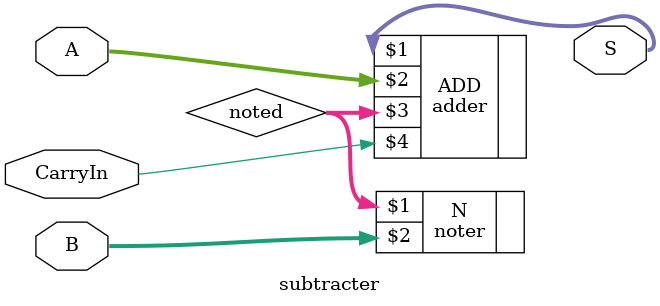
<source format=v>
module subtracter (S,A,B,CarryIn);
	input [31:0] A,B;
	input CarryIn;
	output [31:0] S;
	wire [31:0] noted;
	
	noter N(noted,B);
	adder ADD(S,A,noted,CarryIn);
endmodule 
</source>
